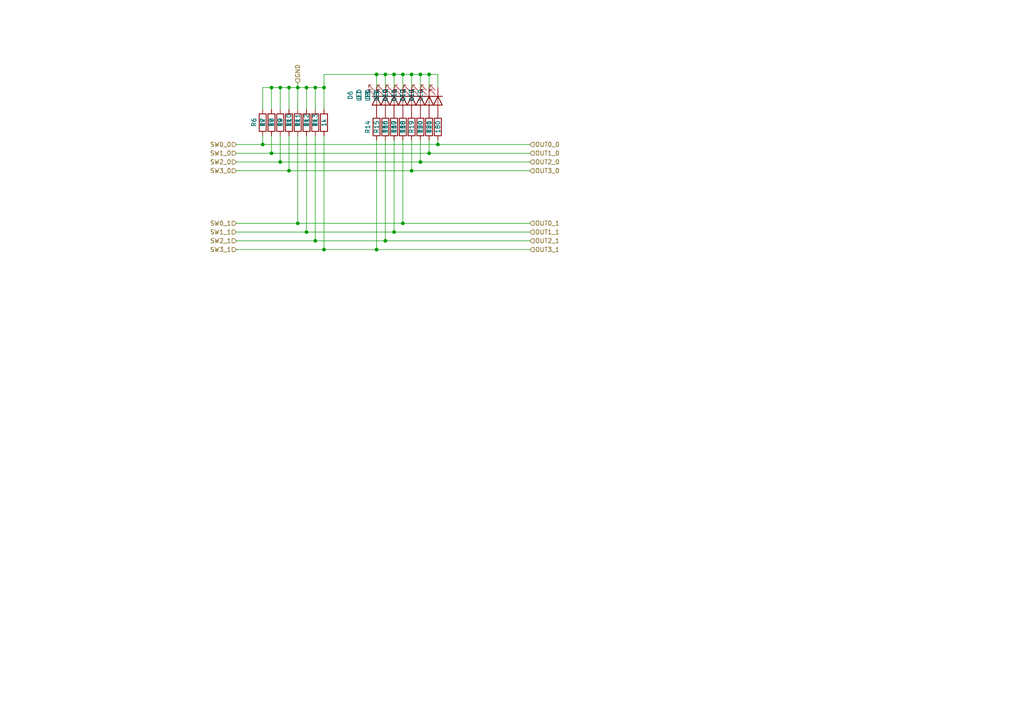
<source format=kicad_sch>
(kicad_sch (version 20211123) (generator eeschema)
  (paper "A4")
  (lib_symbols
    (symbol "Device:LED" (pin_numbers hide) (pin_names (offset 1.016) hide)
      (property "Reference" "D" (at 0 2.54 0))
      (property "Value" "LED" (at 0 -2.54 0))
      (symbol "LED_0_1"
        (polyline (pts (xy -1.27 -1.27) (xy -1.27 1.27)) (stroke (width 0.254)))
        (polyline (pts (xy -1.27 0) (xy 1.27 0)))
        (polyline (pts (xy 1.27 -1.27) (xy 1.27 1.27) (xy -1.27 0) (xy 1.27 -1.27)) (stroke (width 0.254)))
        (polyline (pts (xy -3.048 -0.762) (xy -4.572 -2.286) (xy -3.81 -2.286) (xy -4.572 -2.286) (xy -4.572 -1.524)))
        (polyline (pts (xy -1.778 -0.762) (xy -3.302 -2.286) (xy -2.54 -2.286) (xy -3.302 -2.286) (xy -3.302 -1.524)))
      )
      (symbol "LED_1_1"
        (pin passive line (at -3.81 0 0) (length 2.54) (name "K") (number "1"))
        (pin passive line (at 3.81 0 180) (length 2.54) (name "A") (number "2"))
      )
    )
    (symbol "Device:R" (pin_numbers hide) (pin_names (offset 0))
      (property "Reference" "R" (at 2.032 0 90))
      (property "Value" "R" (at 0 0 90))
      (symbol "R_0_1"
        (rectangle (start -1.016 -2.54) (end 1.016 2.54) (stroke (width 0.254)))
      )
      (symbol "R_1_1"
        (pin passive line (at 0 3.81 270) (length 1.27) (name "~") (number "1"))
        (pin passive line (at 0 -3.81 90) (length 1.27) (name "~") (number "2"))
      )
    )
  )
  (junction (at 111.76 21.59))
  (junction (at 91.44 69.85))
  (junction (at 109.22 72.39))
  (junction (at 124.46 44.45))
  (junction (at 78.74 44.45))
  (junction (at 116.84 64.77))
  (junction (at 76.2 41.91))
  (junction (at 127 41.91))
  (junction (at 109.22 21.59))
  (junction (at 91.44 25.4))
  (junction (at 83.82 25.4))
  (junction (at 121.92 21.59))
  (junction (at 81.28 25.4))
  (junction (at 93.98 72.39))
  (junction (at 93.98 25.4))
  (junction (at 121.92 46.99))
  (junction (at 114.3 21.59))
  (junction (at 86.36 64.77))
  (junction (at 119.38 21.59))
  (junction (at 111.76 69.85))
  (junction (at 83.82 49.53))
  (junction (at 86.36 25.4))
  (junction (at 81.28 46.99))
  (junction (at 119.38 49.53))
  (junction (at 78.74 25.4))
  (junction (at 116.84 21.59))
  (junction (at 124.46 21.59))
  (junction (at 88.9 67.31))
  (junction (at 114.3 67.31))
  (junction (at 88.9 25.4))
  (wire (pts (xy 86.36 25.4) (xy 88.9 25.4)))
  (wire (pts (xy 93.98 21.59) (xy 109.22 21.59)))
  (wire (pts (xy 81.28 25.4) (xy 83.82 25.4)))
  (wire (pts (xy 76.2 41.91) (xy 127 41.91)))
  (wire (pts (xy 78.74 25.4) (xy 81.28 25.4)))
  (wire (pts (xy 93.98 31.75) (xy 93.98 25.4)))
  (wire (pts (xy 86.36 25.4) (xy 86.36 31.75)))
  (wire (pts (xy 83.82 49.53) (xy 119.38 49.53)))
  (wire (pts (xy 68.58 72.39) (xy 93.98 72.39)))
  (wire (pts (xy 114.3 21.59) (xy 116.84 21.59)))
  (wire (pts (xy 93.98 72.39) (xy 109.22 72.39)))
  (wire (pts (xy 83.82 31.75) (xy 83.82 25.4)))
  (wire (pts (xy 114.3 40.64) (xy 114.3 67.31)))
  (wire (pts (xy 78.74 44.45) (xy 78.74 39.37)))
  (wire (pts (xy 86.36 24.13) (xy 86.36 25.4)))
  (wire (pts (xy 78.74 44.45) (xy 124.46 44.45)))
  (wire (pts (xy 81.28 31.75) (xy 81.28 25.4)))
  (wire (pts (xy 88.9 67.31) (xy 88.9 39.37)))
  (wire (pts (xy 121.92 46.99) (xy 153.67 46.99)))
  (wire (pts (xy 91.44 31.75) (xy 91.44 25.4)))
  (wire (pts (xy 91.44 69.85) (xy 91.44 39.37)))
  (wire (pts (xy 68.58 46.99) (xy 81.28 46.99)))
  (wire (pts (xy 111.76 69.85) (xy 153.67 69.85)))
  (wire (pts (xy 116.84 64.77) (xy 153.67 64.77)))
  (wire (pts (xy 121.92 21.59) (xy 124.46 21.59)))
  (wire (pts (xy 83.82 49.53) (xy 83.82 39.37)))
  (wire (pts (xy 114.3 67.31) (xy 153.67 67.31)))
  (wire (pts (xy 68.58 41.91) (xy 76.2 41.91)))
  (wire (pts (xy 88.9 25.4) (xy 91.44 25.4)))
  (wire (pts (xy 124.46 21.59) (xy 127 21.59)))
  (wire (pts (xy 119.38 49.53) (xy 153.67 49.53)))
  (wire (pts (xy 121.92 21.59) (xy 121.92 25.4)))
  (wire (pts (xy 127 40.64) (xy 127 41.91)))
  (wire (pts (xy 68.58 69.85) (xy 91.44 69.85)))
  (wire (pts (xy 116.84 21.59) (xy 119.38 21.59)))
  (wire (pts (xy 116.84 21.59) (xy 116.84 25.4)))
  (wire (pts (xy 81.28 46.99) (xy 121.92 46.99)))
  (wire (pts (xy 91.44 25.4) (xy 93.98 25.4)))
  (wire (pts (xy 116.84 40.64) (xy 116.84 64.77)))
  (wire (pts (xy 83.82 25.4) (xy 86.36 25.4)))
  (wire (pts (xy 93.98 25.4) (xy 93.98 21.59)))
  (wire (pts (xy 78.74 31.75) (xy 78.74 25.4)))
  (wire (pts (xy 114.3 21.59) (xy 114.3 25.4)))
  (wire (pts (xy 111.76 21.59) (xy 114.3 21.59)))
  (wire (pts (xy 88.9 31.75) (xy 88.9 25.4)))
  (wire (pts (xy 81.28 46.99) (xy 81.28 39.37)))
  (wire (pts (xy 76.2 25.4) (xy 78.74 25.4)))
  (wire (pts (xy 109.22 72.39) (xy 153.67 72.39)))
  (wire (pts (xy 109.22 25.4) (xy 109.22 21.59)))
  (wire (pts (xy 124.46 44.45) (xy 153.67 44.45)))
  (wire (pts (xy 68.58 64.77) (xy 86.36 64.77)))
  (wire (pts (xy 86.36 64.77) (xy 86.36 39.37)))
  (wire (pts (xy 127 21.59) (xy 127 25.4)))
  (wire (pts (xy 111.76 21.59) (xy 111.76 25.4)))
  (wire (pts (xy 111.76 40.64) (xy 111.76 69.85)))
  (wire (pts (xy 109.22 40.64) (xy 109.22 72.39)))
  (wire (pts (xy 68.58 44.45) (xy 78.74 44.45)))
  (wire (pts (xy 68.58 67.31) (xy 88.9 67.31)))
  (wire (pts (xy 127 41.91) (xy 153.67 41.91)))
  (wire (pts (xy 119.38 40.64) (xy 119.38 49.53)))
  (wire (pts (xy 119.38 21.59) (xy 121.92 21.59)))
  (wire (pts (xy 76.2 31.75) (xy 76.2 25.4)))
  (wire (pts (xy 76.2 41.91) (xy 76.2 39.37)))
  (wire (pts (xy 86.36 64.77) (xy 116.84 64.77)))
  (wire (pts (xy 93.98 72.39) (xy 93.98 39.37)))
  (wire (pts (xy 91.44 69.85) (xy 111.76 69.85)))
  (wire (pts (xy 68.58 49.53) (xy 83.82 49.53)))
  (wire (pts (xy 121.92 40.64) (xy 121.92 46.99)))
  (wire (pts (xy 88.9 67.31) (xy 114.3 67.31)))
  (wire (pts (xy 109.22 21.59) (xy 111.76 21.59)))
  (wire (pts (xy 119.38 21.59) (xy 119.38 25.4)))
  (wire (pts (xy 124.46 40.64) (xy 124.46 44.45)))
  (wire (pts (xy 124.46 21.59) (xy 124.46 25.4)))
  (hierarchical_label "OUT0_0" (shape input) (at 153.67 41.91 0))
  (hierarchical_label "OUT2_0" (shape input) (at 153.67 46.99 0))
  (hierarchical_label "OUT3_0" (shape input) (at 153.67 49.53 0))
  (hierarchical_label "SW3_0" (shape input) (at 68.58 49.53 180))
  (hierarchical_label "SW0_1" (shape input) (at 68.58 64.77 180))
  (hierarchical_label "SW2_0" (shape input) (at 68.58 46.99 180))
  (hierarchical_label "OUT1_1" (shape input) (at 153.67 67.31 0))
  (hierarchical_label "OUT1_0" (shape input) (at 153.67 44.45 0))
  (hierarchical_label "GND" (shape input) (at 86.36 24.13 90))
  (hierarchical_label "SW3_1" (shape input) (at 68.58 72.39 180))
  (hierarchical_label "SW1_1" (shape input) (at 68.58 67.31 180))
  (hierarchical_label "OUT0_1" (shape input) (at 153.67 64.77 0))
  (hierarchical_label "SW1_0" (shape input) (at 68.58 44.45 180))
  (hierarchical_label "OUT3_1" (shape input) (at 153.67 72.39 0))
  (hierarchical_label "SW2_1" (shape input) (at 68.58 69.85 180))
  (hierarchical_label "SW0_0" (shape input) (at 68.58 41.91 180))
  (hierarchical_label "OUT2_1" (shape input) (at 153.67 69.85 0))
  (symbol (lib_id "Device:R") (at 127 36.83 180) (unit 1)
    (property "Reference" "R21" (at 124.46 36.83 90))
    (property "Value" "180" (at 127 36.83 90))
    (property "Footprint" "Resistor_THT:R_Axial_DIN0204_L3.6mm_D1.6mm_P5.08mm_Horizontal" (effects hide))
  )
  (symbol (lib_id "Device:R") (at 86.36 35.56 0) (unit 1)
    (property "Reference" "R10" (at 83.82 36.83 90) (effects (justify left)))
    (property "Value" "1k" (at 86.36 36.83 90) (effects (justify left)))
    (property "Footprint" "Resistor_THT:R_Axial_DIN0204_L3.6mm_D1.6mm_P5.08mm_Horizontal" (effects hide))
  )
  (symbol (lib_id "Device:R") (at 116.84 36.83 180) (unit 1)
    (property "Reference" "R17" (at 114.3 36.83 90))
    (property "Value" "180" (at 116.84 36.83 90))
    (property "Footprint" "Resistor_THT:R_Axial_DIN0204_L3.6mm_D1.6mm_P5.08mm_Horizontal" (effects hide))
  )
  (symbol (lib_id "Device:R") (at 83.82 35.56 0) (unit 1)
    (property "Reference" "R9" (at 81.28 36.83 90) (effects (justify left)))
    (property "Value" "1k" (at 83.82 36.83 90) (effects (justify left)))
    (property "Footprint" "Resistor_THT:R_Axial_DIN0204_L3.6mm_D1.6mm_P5.08mm_Horizontal" (effects hide))
  )
  (symbol (lib_id "Device:LED") (at 114.3 29.21 270) (unit 1)
    (property "Reference" "D8" (at 106.68 27.6225 0))
    (property "Value" "LED" (at 109.22 27.6225 0))
    (property "Footprint" "Diode_THT:D_DO-15_P2.54mm_Vertical_KathodeUp" (effects hide))
  )
  (symbol (lib_id "Device:R") (at 78.74 35.56 0) (unit 1)
    (property "Reference" "R7" (at 76.2 36.83 90) (effects (justify left)))
    (property "Value" "1k" (at 78.74 36.83 90) (effects (justify left)))
    (property "Footprint" "Resistor_THT:R_Axial_DIN0204_L3.6mm_D1.6mm_P5.08mm_Horizontal" (effects hide))
  )
  (symbol (lib_id "Device:R") (at 109.22 36.83 180) (unit 1)
    (property "Reference" "R14" (at 106.68 36.83 90))
  )
  (symbol (lib_id "Device:LED") (at 111.76 29.21 270) (unit 1)
    (property "Reference" "D7" (at 104.14 27.6225 0))
    (property "Value" "LED" (at 106.68 27.6225 0))
    (property "Footprint" "Diode_THT:D_DO-15_P2.54mm_Vertical_KathodeUp" (effects hide))
  )
  (symbol (lib_id "Device:R") (at 93.98 35.56 0) (unit 1)
    (property "Reference" "R13" (at 91.44 36.83 90) (effects (justify left)))
    (property "Value" "1k" (at 93.98 36.83 90) (effects (justify left)))
    (property "Footprint" "Resistor_THT:R_Axial_DIN0204_L3.6mm_D1.6mm_P5.08mm_Horizontal" (effects hide))
  )
  (symbol (lib_id "Device:R") (at 81.28 35.56 0) (unit 1)
    (property "Reference" "R8" (at 78.74 36.83 90) (effects (justify left)))
    (property "Value" "1k" (at 81.28 36.83 90) (effects (justify left)))
    (property "Footprint" "Resistor_THT:R_Axial_DIN0204_L3.6mm_D1.6mm_P5.08mm_Horizontal" (effects hide))
  )
  (symbol (lib_id "Device:LED") (at 127 29.21 270) (unit 1)
    (property "Reference" "D13" (at 119.38 27.6225 0))
    (property "Value" "LED" (at 121.92 27.6225 0))
    (property "Footprint" "Diode_THT:D_DO-15_P2.54mm_Vertical_KathodeUp" (effects hide))
  )
  (symbol (lib_id "Device:R") (at 91.44 35.56 0) (unit 1)
    (property "Reference" "R12" (at 88.9 36.83 90) (effects (justify left)))
    (property "Value" "1k" (at 91.44 36.83 90) (effects (justify left)))
    (property "Footprint" "Resistor_THT:R_Axial_DIN0204_L3.6mm_D1.6mm_P5.08mm_Horizontal" (effects hide))
  )
  (symbol (lib_id "Device:R") (at 114.3 36.83 180) (unit 1)
    (property "Reference" "R16" (at 111.76 36.83 90))
    (property "Value" "180" (at 114.3 36.83 90))
    (property "Footprint" "Resistor_THT:R_Axial_DIN0204_L3.6mm_D1.6mm_P5.08mm_Horizontal" (effects hide))
  )
  (symbol (lib_id "Device:R") (at 76.2 35.56 0) (unit 1)
    (property "Reference" "R6" (at 73.66 36.83 90) (effects (justify left)))
    (property "Value" "1k" (at 76.2 36.83 90) (effects (justify left)))
    (property "Footprint" "Resistor_THT:R_Axial_DIN0204_L3.6mm_D1.6mm_P5.08mm_Horizontal" (effects hide))
  )
  (symbol (lib_id "Device:R") (at 111.76 36.83 180) (unit 1)
    (property "Reference" "R15" (at 109.22 36.83 90))
    (property "Value" "180" (at 111.76 36.83 90))
    (property "Footprint" "Resistor_THT:R_Axial_DIN0204_L3.6mm_D1.6mm_P5.08mm_Horizontal" (effects hide))
  )
  (symbol (lib_id "Device:LED") (at 124.46 29.21 270) (unit 1)
    (property "Reference" "D12" (at 116.84 27.6225 0))
    (property "Value" "LED" (at 119.38 27.6225 0))
    (property "Footprint" "Diode_THT:D_DO-15_P2.54mm_Vertical_KathodeUp" (effects hide))
  )
  (symbol (lib_id "Device:LED") (at 121.92 29.21 270) (unit 1)
    (property "Reference" "D11" (at 114.3 27.6225 0))
    (property "Value" "LED" (at 116.84 27.6225 0))
    (property "Footprint" "Diode_THT:D_DO-15_P2.54mm_Vertical_KathodeUp" (effects hide))
  )
  (symbol (lib_id "Device:R") (at 121.92 36.83 180) (unit 1)
    (property "Reference" "R19" (at 119.38 36.83 90))
    (property "Value" "180" (at 121.92 36.83 90))
    (property "Footprint" "Resistor_THT:R_Axial_DIN0204_L3.6mm_D1.6mm_P5.08mm_Horizontal" (effects hide))
  )
  (symbol (lib_id "Device:LED") (at 116.84 29.21 270) (unit 1)
    (property "Reference" "D9" (at 109.22 27.6225 0))
    (property "Value" "LED" (at 111.76 27.6225 0))
    (property "Footprint" "Diode_THT:D_DO-15_P2.54mm_Vertical_KathodeUp" (effects hide))
  )
  (symbol (lib_id "Device:R") (at 119.38 36.83 180) (unit 1)
    (property "Reference" "R18" (at 116.84 36.83 90))
  )
  (symbol (lib_id "Device:LED") (at 119.38 29.21 270) (unit 1)
    (property "Reference" "D10" (at 111.76 27.6225 0))
    (property "Value" "LED" (at 114.3 27.6225 0))
    (property "Footprint" "Diode_THT:D_DO-15_P2.54mm_Vertical_KathodeUp" (effects hide))
  )
  (symbol (lib_id "Device:R") (at 88.9 35.56 0) (unit 1)
    (property "Reference" "R11" (at 86.36 36.83 90) (effects (justify left)))
    (property "Value" "1k" (at 88.9 36.83 90) (effects (justify left)))
    (property "Footprint" "Resistor_THT:R_Axial_DIN0204_L3.6mm_D1.6mm_P5.08mm_Horizontal" (effects hide))
  )
  (symbol (lib_id "Device:LED") (at 109.22 29.21 270) (unit 1)
    (property "Reference" "D6" (at 101.6 27.6225 0))
    (property "Value" "LED" (at 104.14 27.6225 0))
    (property "Footprint" "Diode_THT:D_DO-15_P2.54mm_Vertical_KathodeUp" (effects hide))
  )
  (symbol (lib_id "Device:R") (at 124.46 36.83 180) (unit 1)
    (property "Reference" "R20" (at 121.92 36.83 90))
    (property "Value" "180" (at 124.46 36.83 90))
    (property "Footprint" "Resistor_THT:R_Axial_DIN0204_L3.6mm_D1.6mm_P5.08mm_Horizontal" (effects hide))
  )
)
</source>
